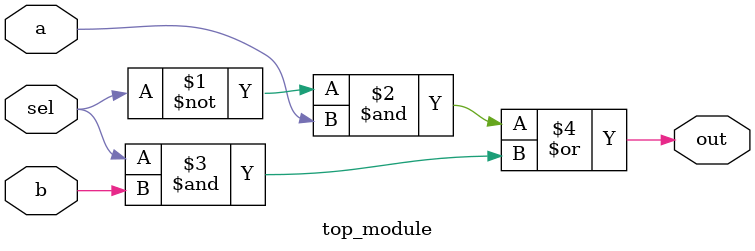
<source format=v>
module top_module(output wire out, input wire a, b, sel); 
    assign out = ~sel&a | sel&b;

endmodule


</source>
